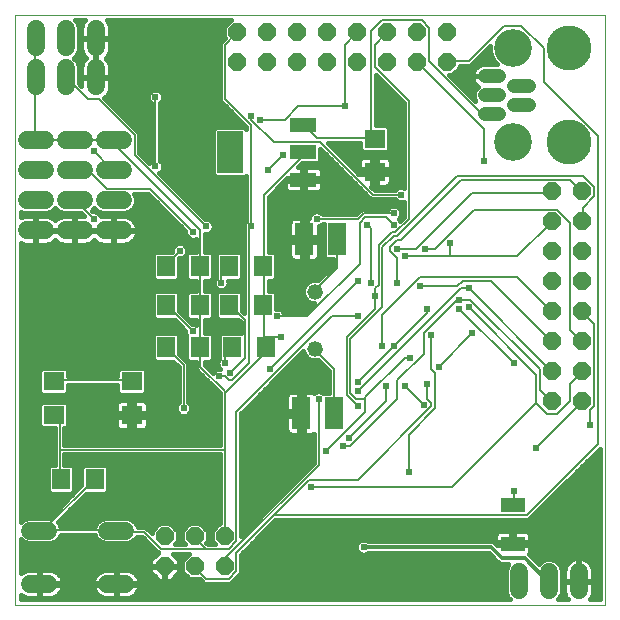
<source format=gtl>
G75*
%MOIN*%
%OFA0B0*%
%FSLAX25Y25*%
%IPPOS*%
%LPD*%
%AMOC8*
5,1,8,0,0,1.08239X$1,22.5*
%
%ADD10C,0.00000*%
%ADD11C,0.06000*%
%ADD12OC8,0.06000*%
%ADD13R,0.06299X0.07098*%
%ADD14R,0.07098X0.06299*%
%ADD15R,0.08000X0.05000*%
%ADD16C,0.15000*%
%ADD17C,0.12598*%
%ADD18C,0.04756*%
%ADD19R,0.08800X0.04800*%
%ADD20R,0.08661X0.14173*%
%ADD21R,0.07087X0.06299*%
%ADD22C,0.05200*%
%ADD23R,0.06299X0.10630*%
%ADD24C,0.01600*%
%ADD25C,0.00500*%
%ADD26C,0.02400*%
%ADD27C,0.01400*%
D10*
X0002100Y0001100D02*
X0002100Y0197950D01*
X0198950Y0197950D01*
X0198950Y0001100D01*
X0002100Y0001100D01*
D11*
X0007300Y0008200D02*
X0013300Y0008200D01*
X0013300Y0026000D02*
X0007300Y0026000D01*
X0032900Y0026000D02*
X0038900Y0026000D01*
X0038900Y0008200D02*
X0032900Y0008200D01*
X0032100Y0126100D02*
X0038100Y0126100D01*
X0038100Y0136100D02*
X0032100Y0136100D01*
X0025100Y0136100D02*
X0019100Y0136100D01*
X0012100Y0136100D02*
X0006100Y0136100D01*
X0006100Y0126100D02*
X0012100Y0126100D01*
X0019100Y0126100D02*
X0025100Y0126100D01*
X0025100Y0146100D02*
X0019100Y0146100D01*
X0012100Y0146100D02*
X0006100Y0146100D01*
X0006100Y0156100D02*
X0012100Y0156100D01*
X0019100Y0156100D02*
X0025100Y0156100D01*
X0032100Y0156100D02*
X0038100Y0156100D01*
X0038100Y0146100D02*
X0032100Y0146100D01*
X0029100Y0174100D02*
X0029100Y0180100D01*
X0029100Y0187100D02*
X0029100Y0193100D01*
X0019100Y0193100D02*
X0019100Y0187100D01*
X0019100Y0180100D02*
X0019100Y0174100D01*
X0009100Y0174100D02*
X0009100Y0180100D01*
X0009100Y0187100D02*
X0009100Y0193100D01*
X0170100Y0012100D02*
X0170100Y0006100D01*
X0180100Y0006100D02*
X0180100Y0012100D01*
X0190100Y0012100D02*
X0190100Y0006100D01*
D12*
X0191100Y0069100D03*
X0191100Y0079100D03*
X0191100Y0089100D03*
X0191100Y0099100D03*
X0191100Y0109100D03*
X0191100Y0119100D03*
X0191100Y0129100D03*
X0191100Y0139100D03*
X0181100Y0139100D03*
X0181100Y0129100D03*
X0181100Y0119100D03*
X0181100Y0109100D03*
X0181100Y0099100D03*
X0181100Y0089100D03*
X0181100Y0079100D03*
X0181100Y0069100D03*
X0072100Y0024100D03*
X0072100Y0014100D03*
X0062100Y0014100D03*
X0052100Y0014100D03*
X0052100Y0024100D03*
X0062100Y0024100D03*
X0076100Y0182100D03*
X0076100Y0192100D03*
X0086100Y0192100D03*
X0086100Y0182100D03*
X0096100Y0182100D03*
X0096100Y0192100D03*
X0106100Y0192100D03*
X0106100Y0182100D03*
X0116100Y0182100D03*
X0126100Y0182100D03*
X0126100Y0192100D03*
X0116100Y0192100D03*
X0136100Y0192100D03*
X0136100Y0182100D03*
X0146100Y0182100D03*
X0146100Y0192100D03*
D13*
X0084698Y0114100D03*
X0073502Y0114100D03*
X0063698Y0114100D03*
X0052502Y0114100D03*
X0052502Y0101100D03*
X0063698Y0101100D03*
X0073502Y0101100D03*
X0084698Y0101100D03*
X0085698Y0087100D03*
X0074502Y0087100D03*
X0063698Y0087100D03*
X0052502Y0087100D03*
X0028698Y0043100D03*
X0017502Y0043100D03*
D14*
X0015100Y0064502D03*
X0015100Y0075698D03*
X0041100Y0075698D03*
X0041100Y0064502D03*
D15*
X0168100Y0034600D03*
X0168100Y0021600D03*
D16*
X0186746Y0155352D03*
X0186746Y0186848D03*
D17*
X0168242Y0186848D03*
X0168242Y0155352D03*
D18*
X0163517Y0164801D02*
X0158761Y0164801D01*
X0158761Y0171100D02*
X0163517Y0171100D01*
X0168635Y0167950D02*
X0173391Y0167950D01*
X0173391Y0174250D02*
X0168635Y0174250D01*
X0163517Y0177399D02*
X0158761Y0177399D01*
D19*
X0098300Y0161200D03*
X0098300Y0152100D03*
X0098300Y0143000D03*
D20*
X0073899Y0152100D03*
D21*
X0122100Y0156612D03*
X0122100Y0145588D03*
D22*
X0102100Y0105600D03*
X0102100Y0086600D03*
D23*
X0097588Y0065100D03*
X0108612Y0065100D03*
X0109612Y0123100D03*
X0098588Y0123100D03*
D24*
X0097813Y0122587D02*
X0086775Y0122587D01*
X0086775Y0124185D02*
X0093639Y0124185D01*
X0093639Y0123875D02*
X0097813Y0123875D01*
X0097813Y0122325D01*
X0093639Y0122325D01*
X0093639Y0117548D01*
X0093761Y0117090D01*
X0093998Y0116680D01*
X0094333Y0116345D01*
X0094744Y0116108D01*
X0095202Y0115985D01*
X0097813Y0115985D01*
X0097813Y0122325D01*
X0099363Y0122325D01*
X0099363Y0115985D01*
X0101975Y0115985D01*
X0102433Y0116108D01*
X0102843Y0116345D01*
X0103178Y0116680D01*
X0103415Y0117090D01*
X0103538Y0117548D01*
X0103538Y0122325D01*
X0099363Y0122325D01*
X0099363Y0123875D01*
X0097813Y0123875D01*
X0097813Y0130215D01*
X0095202Y0130215D01*
X0094744Y0130092D01*
X0094333Y0129855D01*
X0093998Y0129520D01*
X0093761Y0129110D01*
X0093639Y0128652D01*
X0093639Y0123875D01*
X0093639Y0125784D02*
X0086775Y0125784D01*
X0086775Y0127382D02*
X0093639Y0127382D01*
X0093727Y0128981D02*
X0086775Y0128981D01*
X0086775Y0130579D02*
X0100321Y0130579D01*
X0100225Y0130347D02*
X0100225Y0130215D01*
X0099363Y0130215D01*
X0099363Y0123875D01*
X0103538Y0123875D01*
X0103538Y0127481D01*
X0104141Y0127731D01*
X0104711Y0128300D01*
X0105162Y0128300D01*
X0105162Y0117247D01*
X0105924Y0116485D01*
X0108050Y0116485D01*
X0108050Y0114242D01*
X0103181Y0109373D01*
X0102876Y0109500D01*
X0101324Y0109500D01*
X0099891Y0108906D01*
X0098794Y0107809D01*
X0098200Y0106376D01*
X0098200Y0104824D01*
X0098794Y0103391D01*
X0099891Y0102294D01*
X0101324Y0101700D01*
X0101758Y0101700D01*
X0098958Y0098900D01*
X0091586Y0098900D01*
X0091016Y0099469D01*
X0090097Y0099850D01*
X0089148Y0099850D01*
X0089148Y0105188D01*
X0088387Y0105949D01*
X0086775Y0105949D01*
X0086775Y0109251D01*
X0088387Y0109251D01*
X0089148Y0110012D01*
X0089148Y0118188D01*
X0088387Y0118949D01*
X0086775Y0118949D01*
X0086775Y0137333D01*
X0092842Y0143400D01*
X0097900Y0143400D01*
X0097900Y0147200D01*
X0096642Y0147200D01*
X0097842Y0148400D01*
X0103238Y0148400D01*
X0104000Y0149162D01*
X0104000Y0153258D01*
X0119925Y0137333D01*
X0120833Y0136425D01*
X0128864Y0136425D01*
X0129434Y0135856D01*
X0130353Y0135475D01*
X0131347Y0135475D01*
X0131800Y0135663D01*
X0131800Y0130492D01*
X0130537Y0129229D01*
X0130469Y0129391D01*
X0130011Y0129850D01*
X0130469Y0130309D01*
X0130850Y0131228D01*
X0130850Y0132222D01*
X0130469Y0133141D01*
X0129766Y0133844D01*
X0128847Y0134225D01*
X0127853Y0134225D01*
X0126934Y0133844D01*
X0126364Y0133275D01*
X0117708Y0133275D01*
X0116800Y0132367D01*
X0115833Y0131400D01*
X0104711Y0131400D01*
X0104141Y0131969D01*
X0103222Y0132350D01*
X0102228Y0132350D01*
X0101309Y0131969D01*
X0100606Y0131266D01*
X0100225Y0130347D01*
X0099363Y0128981D02*
X0097813Y0128981D01*
X0097813Y0127382D02*
X0099363Y0127382D01*
X0099363Y0125784D02*
X0097813Y0125784D01*
X0097813Y0124185D02*
X0099363Y0124185D01*
X0099363Y0122587D02*
X0105162Y0122587D01*
X0105162Y0124185D02*
X0103538Y0124185D01*
X0103538Y0125784D02*
X0105162Y0125784D01*
X0105162Y0127382D02*
X0103538Y0127382D01*
X0103638Y0132178D02*
X0116611Y0132178D01*
X0120284Y0136973D02*
X0086775Y0136973D01*
X0086775Y0135375D02*
X0131800Y0135375D01*
X0131800Y0133776D02*
X0129834Y0133776D01*
X0130850Y0132178D02*
X0131800Y0132178D01*
X0131800Y0130579D02*
X0130581Y0130579D01*
X0126866Y0133776D02*
X0086775Y0133776D01*
X0086775Y0132178D02*
X0101812Y0132178D01*
X0102937Y0138800D02*
X0098700Y0138800D01*
X0098700Y0142600D01*
X0098700Y0143400D01*
X0097900Y0143400D01*
X0097900Y0142600D01*
X0098700Y0142600D01*
X0104500Y0142600D01*
X0104500Y0140363D01*
X0104377Y0139905D01*
X0104140Y0139495D01*
X0103805Y0139160D01*
X0103395Y0138923D01*
X0102937Y0138800D01*
X0104448Y0140170D02*
X0117087Y0140170D01*
X0115489Y0141769D02*
X0104500Y0141769D01*
X0104500Y0143400D02*
X0104500Y0145637D01*
X0104377Y0146095D01*
X0104140Y0146505D01*
X0103805Y0146840D01*
X0103395Y0147077D01*
X0102937Y0147200D01*
X0098700Y0147200D01*
X0098700Y0143400D01*
X0104500Y0143400D01*
X0104500Y0144966D02*
X0112292Y0144966D01*
X0113890Y0143368D02*
X0098700Y0143368D01*
X0097900Y0143368D02*
X0092810Y0143368D01*
X0092100Y0142600D02*
X0092100Y0140363D01*
X0092223Y0139905D01*
X0092460Y0139495D01*
X0092795Y0139160D01*
X0093205Y0138923D01*
X0093663Y0138800D01*
X0097900Y0138800D01*
X0097900Y0142600D01*
X0092100Y0142600D01*
X0092100Y0141769D02*
X0091211Y0141769D01*
X0092152Y0140170D02*
X0089612Y0140170D01*
X0088014Y0138572D02*
X0118686Y0138572D01*
X0121003Y0140639D02*
X0121325Y0140639D01*
X0121325Y0144813D01*
X0122875Y0144813D01*
X0122875Y0140639D01*
X0125880Y0140639D01*
X0126338Y0140761D01*
X0126749Y0140998D01*
X0127084Y0141333D01*
X0127321Y0141744D01*
X0127443Y0142202D01*
X0127443Y0144813D01*
X0122875Y0144813D01*
X0122875Y0146363D01*
X0127443Y0146363D01*
X0127443Y0148975D01*
X0127321Y0149433D01*
X0127084Y0149843D01*
X0126749Y0150178D01*
X0126338Y0150415D01*
X0125880Y0150538D01*
X0122875Y0150538D01*
X0122875Y0146363D01*
X0121325Y0146363D01*
X0121325Y0144813D01*
X0116829Y0144813D01*
X0106467Y0155175D01*
X0117257Y0155175D01*
X0117257Y0152924D01*
X0118018Y0152162D01*
X0126182Y0152162D01*
X0126943Y0152924D01*
X0126943Y0160300D01*
X0126182Y0161061D01*
X0122400Y0161061D01*
X0122400Y0177983D01*
X0131800Y0168583D01*
X0131800Y0140287D01*
X0131347Y0140475D01*
X0130353Y0140475D01*
X0129434Y0140094D01*
X0128864Y0139525D01*
X0122117Y0139525D01*
X0121003Y0140639D01*
X0121472Y0140170D02*
X0129618Y0140170D01*
X0131800Y0141769D02*
X0127327Y0141769D01*
X0127443Y0143368D02*
X0131800Y0143368D01*
X0131800Y0144966D02*
X0122875Y0144966D01*
X0121325Y0144966D02*
X0116676Y0144966D01*
X0116757Y0146363D02*
X0121325Y0146363D01*
X0121325Y0150538D01*
X0118320Y0150538D01*
X0117862Y0150415D01*
X0117451Y0150178D01*
X0117116Y0149843D01*
X0116879Y0149433D01*
X0116757Y0148975D01*
X0116757Y0146363D01*
X0116757Y0146565D02*
X0115077Y0146565D01*
X0113479Y0148163D02*
X0116757Y0148163D01*
X0117069Y0149762D02*
X0111880Y0149762D01*
X0110282Y0151360D02*
X0131800Y0151360D01*
X0131800Y0149762D02*
X0127131Y0149762D01*
X0127443Y0148163D02*
X0131800Y0148163D01*
X0131800Y0146565D02*
X0127443Y0146565D01*
X0122875Y0146565D02*
X0121325Y0146565D01*
X0121325Y0148163D02*
X0122875Y0148163D01*
X0122875Y0149762D02*
X0121325Y0149762D01*
X0117257Y0152959D02*
X0108683Y0152959D01*
X0107085Y0154557D02*
X0117257Y0154557D01*
X0122400Y0162550D02*
X0131800Y0162550D01*
X0131800Y0164148D02*
X0122400Y0164148D01*
X0122400Y0165747D02*
X0131800Y0165747D01*
X0131800Y0167345D02*
X0122400Y0167345D01*
X0122400Y0168944D02*
X0131439Y0168944D01*
X0129841Y0170542D02*
X0122400Y0170542D01*
X0122400Y0172141D02*
X0128242Y0172141D01*
X0126644Y0173739D02*
X0122400Y0173739D01*
X0122400Y0175338D02*
X0125045Y0175338D01*
X0123447Y0176936D02*
X0122400Y0176936D01*
X0126292Y0160951D02*
X0131800Y0160951D01*
X0131800Y0159353D02*
X0126943Y0159353D01*
X0126943Y0157754D02*
X0131800Y0157754D01*
X0131800Y0156156D02*
X0126943Y0156156D01*
X0126943Y0154557D02*
X0131800Y0154557D01*
X0131800Y0152959D02*
X0126943Y0152959D01*
X0122875Y0143368D02*
X0121325Y0143368D01*
X0121325Y0141769D02*
X0122875Y0141769D01*
X0110693Y0146565D02*
X0104081Y0146565D01*
X0104000Y0149762D02*
X0107496Y0149762D01*
X0105898Y0151360D02*
X0104000Y0151360D01*
X0104000Y0152959D02*
X0104299Y0152959D01*
X0109095Y0148163D02*
X0097605Y0148163D01*
X0097900Y0146565D02*
X0098700Y0146565D01*
X0098700Y0144966D02*
X0097900Y0144966D01*
X0097900Y0141769D02*
X0098700Y0141769D01*
X0098700Y0140170D02*
X0097900Y0140170D01*
X0079300Y0140170D02*
X0055222Y0140170D01*
X0056820Y0138572D02*
X0079300Y0138572D01*
X0079300Y0136973D02*
X0058419Y0136973D01*
X0060017Y0135375D02*
X0079300Y0135375D01*
X0079300Y0133776D02*
X0061616Y0133776D01*
X0063214Y0132178D02*
X0079300Y0132178D01*
X0079300Y0130579D02*
X0064813Y0130579D01*
X0065542Y0129850D02*
X0050229Y0145163D01*
X0050391Y0145231D01*
X0051094Y0145934D01*
X0051475Y0146853D01*
X0051475Y0147847D01*
X0051094Y0148766D01*
X0050525Y0149336D01*
X0050525Y0168489D01*
X0051094Y0169059D01*
X0051475Y0169978D01*
X0051475Y0170972D01*
X0051094Y0171891D01*
X0050391Y0172594D01*
X0049472Y0172975D01*
X0048478Y0172975D01*
X0047559Y0172594D01*
X0046856Y0171891D01*
X0046475Y0170972D01*
X0046475Y0169978D01*
X0046856Y0169059D01*
X0047425Y0168489D01*
X0047425Y0149336D01*
X0046856Y0148766D01*
X0046788Y0148604D01*
X0043650Y0151742D01*
X0043650Y0158617D01*
X0031996Y0170271D01*
X0032227Y0170439D01*
X0032761Y0170973D01*
X0033205Y0171584D01*
X0033548Y0172257D01*
X0033782Y0172976D01*
X0033900Y0173722D01*
X0033900Y0176900D01*
X0029300Y0176900D01*
X0029300Y0177300D01*
X0028900Y0177300D01*
X0028900Y0189900D01*
X0024300Y0189900D01*
X0024300Y0186722D01*
X0024418Y0185976D01*
X0024652Y0185257D01*
X0024995Y0184584D01*
X0025439Y0183973D01*
X0025812Y0183600D01*
X0025439Y0183227D01*
X0024995Y0182616D01*
X0024652Y0181943D01*
X0024418Y0181224D01*
X0024300Y0180478D01*
X0024300Y0177300D01*
X0028900Y0177300D01*
X0028900Y0176900D01*
X0024300Y0176900D01*
X0024300Y0174217D01*
X0023400Y0175117D01*
X0023400Y0180955D01*
X0022745Y0182536D01*
X0021681Y0183600D01*
X0022745Y0184664D01*
X0023400Y0186245D01*
X0023400Y0193955D01*
X0022745Y0195536D01*
X0022181Y0196100D01*
X0025347Y0196100D01*
X0024995Y0195616D01*
X0024652Y0194943D01*
X0024418Y0194224D01*
X0024300Y0193478D01*
X0024300Y0190300D01*
X0028900Y0190300D01*
X0028900Y0189900D01*
X0029300Y0189900D01*
X0029300Y0190300D01*
X0033900Y0190300D01*
X0033900Y0193478D01*
X0033782Y0194224D01*
X0033548Y0194943D01*
X0033205Y0195616D01*
X0032853Y0196100D01*
X0074019Y0196100D01*
X0071800Y0193881D01*
X0071800Y0190319D01*
X0072026Y0190093D01*
X0070550Y0188617D01*
X0070550Y0169208D01*
X0071458Y0168300D01*
X0079300Y0160458D01*
X0079300Y0159955D01*
X0078768Y0160487D01*
X0069030Y0160487D01*
X0068269Y0159725D01*
X0068269Y0144475D01*
X0069030Y0143713D01*
X0078768Y0143713D01*
X0079300Y0144245D01*
X0079300Y0129336D01*
X0078731Y0128766D01*
X0078350Y0127847D01*
X0078350Y0126853D01*
X0078675Y0126068D01*
X0078675Y0098592D01*
X0077951Y0099316D01*
X0077951Y0105188D01*
X0077190Y0105949D01*
X0069813Y0105949D01*
X0069052Y0105188D01*
X0069052Y0097012D01*
X0069813Y0096251D01*
X0076632Y0096251D01*
X0077425Y0095458D01*
X0077425Y0091949D01*
X0070813Y0091949D01*
X0070052Y0091188D01*
X0070052Y0083213D01*
X0069981Y0083141D01*
X0069600Y0082222D01*
X0069600Y0081228D01*
X0069981Y0080309D01*
X0070439Y0079850D01*
X0069728Y0079850D01*
X0068809Y0079469D01*
X0068106Y0078766D01*
X0068038Y0078604D01*
X0065525Y0081117D01*
X0065525Y0082251D01*
X0067387Y0082251D01*
X0068148Y0083012D01*
X0068148Y0091188D01*
X0067387Y0091949D01*
X0065525Y0091949D01*
X0065525Y0096251D01*
X0067387Y0096251D01*
X0068148Y0097012D01*
X0068148Y0105188D01*
X0067387Y0105949D01*
X0065525Y0105949D01*
X0065525Y0109251D01*
X0067387Y0109251D01*
X0068148Y0110012D01*
X0068148Y0118188D01*
X0067387Y0118949D01*
X0065525Y0118949D01*
X0065525Y0124850D01*
X0066347Y0124850D01*
X0067266Y0125231D01*
X0067969Y0125934D01*
X0068350Y0126853D01*
X0068350Y0127847D01*
X0067969Y0128766D01*
X0067266Y0129469D01*
X0066347Y0129850D01*
X0065542Y0129850D01*
X0067755Y0128981D02*
X0078945Y0128981D01*
X0078350Y0127382D02*
X0068350Y0127382D01*
X0067819Y0125784D02*
X0078675Y0125784D01*
X0078675Y0124185D02*
X0065525Y0124185D01*
X0065525Y0122587D02*
X0078675Y0122587D01*
X0078675Y0120988D02*
X0065525Y0120988D01*
X0065525Y0119390D02*
X0078675Y0119390D01*
X0077951Y0118188D02*
X0077190Y0118949D01*
X0069813Y0118949D01*
X0069052Y0118188D01*
X0069052Y0110337D01*
X0068731Y0110016D01*
X0068350Y0109097D01*
X0068350Y0108103D01*
X0068731Y0107184D01*
X0069434Y0106481D01*
X0070353Y0106100D01*
X0071347Y0106100D01*
X0072266Y0106481D01*
X0072969Y0107184D01*
X0073350Y0108103D01*
X0073350Y0109097D01*
X0073286Y0109251D01*
X0077190Y0109251D01*
X0077951Y0110012D01*
X0077951Y0118188D01*
X0077951Y0117791D02*
X0078675Y0117791D01*
X0078675Y0116193D02*
X0077951Y0116193D01*
X0077951Y0114594D02*
X0078675Y0114594D01*
X0078675Y0112996D02*
X0077951Y0112996D01*
X0077951Y0111397D02*
X0078675Y0111397D01*
X0078675Y0109799D02*
X0077738Y0109799D01*
X0078675Y0108200D02*
X0073350Y0108200D01*
X0072387Y0106602D02*
X0078675Y0106602D01*
X0078675Y0105003D02*
X0077951Y0105003D01*
X0077951Y0103405D02*
X0078675Y0103405D01*
X0078675Y0101806D02*
X0077951Y0101806D01*
X0077951Y0100208D02*
X0078675Y0100208D01*
X0078658Y0098609D02*
X0078675Y0098609D01*
X0077425Y0095412D02*
X0065525Y0095412D01*
X0065525Y0093814D02*
X0077425Y0093814D01*
X0077425Y0092215D02*
X0065525Y0092215D01*
X0068148Y0090617D02*
X0070052Y0090617D01*
X0070052Y0089018D02*
X0068148Y0089018D01*
X0068148Y0087420D02*
X0070052Y0087420D01*
X0070052Y0085821D02*
X0068148Y0085821D01*
X0068148Y0084223D02*
X0070052Y0084223D01*
X0069766Y0082624D02*
X0067760Y0082624D01*
X0069684Y0081026D02*
X0065616Y0081026D01*
X0067215Y0079427D02*
X0068767Y0079427D01*
X0066028Y0076230D02*
X0059900Y0076230D01*
X0059900Y0074632D02*
X0067626Y0074632D01*
X0069225Y0073033D02*
X0059900Y0073033D01*
X0059900Y0071434D02*
X0070550Y0071434D01*
X0070550Y0071708D02*
X0070550Y0054525D01*
X0018650Y0054525D01*
X0018650Y0060052D01*
X0019188Y0060052D01*
X0019949Y0060813D01*
X0019949Y0068190D01*
X0019188Y0068951D01*
X0011012Y0068951D01*
X0010251Y0068190D01*
X0010251Y0060813D01*
X0011012Y0060052D01*
X0015550Y0060052D01*
X0015550Y0047949D01*
X0013813Y0047949D01*
X0013052Y0047188D01*
X0013052Y0039012D01*
X0013813Y0038251D01*
X0021190Y0038251D01*
X0021951Y0039012D01*
X0021951Y0047188D01*
X0021190Y0047949D01*
X0018650Y0047949D01*
X0018650Y0051425D01*
X0070550Y0051425D01*
X0070550Y0028400D01*
X0070319Y0028400D01*
X0067800Y0025881D01*
X0067800Y0022319D01*
X0068719Y0021400D01*
X0066492Y0021400D01*
X0065987Y0021905D01*
X0066400Y0022319D01*
X0066400Y0025881D01*
X0063881Y0028400D01*
X0060319Y0028400D01*
X0057800Y0025881D01*
X0057800Y0022319D01*
X0058719Y0021400D01*
X0055481Y0021400D01*
X0056400Y0022319D01*
X0056400Y0025881D01*
X0053881Y0028400D01*
X0050319Y0028400D01*
X0047800Y0025881D01*
X0047800Y0025092D01*
X0045867Y0027025D01*
X0043130Y0027025D01*
X0042545Y0028436D01*
X0041336Y0029645D01*
X0039755Y0030300D01*
X0032045Y0030300D01*
X0030464Y0029645D01*
X0029255Y0028436D01*
X0028929Y0027650D01*
X0017271Y0027650D01*
X0016945Y0028436D01*
X0016474Y0028907D01*
X0025818Y0038251D01*
X0032387Y0038251D01*
X0033148Y0039012D01*
X0033148Y0047188D01*
X0032387Y0047949D01*
X0025010Y0047949D01*
X0024249Y0047188D01*
X0024249Y0041066D01*
X0013483Y0030300D01*
X0006445Y0030300D01*
X0004864Y0029645D01*
X0004100Y0028881D01*
X0004100Y0121732D01*
X0004257Y0121652D01*
X0004976Y0121418D01*
X0005722Y0121300D01*
X0008900Y0121300D01*
X0008900Y0125900D01*
X0009300Y0125900D01*
X0009300Y0126300D01*
X0016900Y0126300D01*
X0021900Y0126300D01*
X0021900Y0130900D01*
X0018722Y0130900D01*
X0017976Y0130782D01*
X0017257Y0130548D01*
X0016584Y0130205D01*
X0015973Y0129761D01*
X0015600Y0129388D01*
X0015227Y0129761D01*
X0014616Y0130205D01*
X0013943Y0130548D01*
X0013224Y0130782D01*
X0012478Y0130900D01*
X0009300Y0130900D01*
X0009300Y0126300D01*
X0008900Y0126300D01*
X0008900Y0130900D01*
X0005722Y0130900D01*
X0004976Y0130782D01*
X0004257Y0130548D01*
X0004100Y0130468D01*
X0004100Y0132274D01*
X0005245Y0131800D01*
X0012955Y0131800D01*
X0014536Y0132455D01*
X0015600Y0133519D01*
X0016664Y0132455D01*
X0018245Y0131800D01*
X0024208Y0131800D01*
X0025108Y0130900D01*
X0022300Y0130900D01*
X0022300Y0126300D01*
X0029900Y0126300D01*
X0034900Y0126300D01*
X0034900Y0130900D01*
X0031722Y0130900D01*
X0030976Y0130782D01*
X0030706Y0130694D01*
X0030469Y0131266D01*
X0029766Y0131969D01*
X0028847Y0132350D01*
X0028042Y0132350D01*
X0027737Y0132655D01*
X0028600Y0133519D01*
X0029664Y0132455D01*
X0031245Y0131800D01*
X0038955Y0131800D01*
X0040536Y0132455D01*
X0041745Y0133664D01*
X0042400Y0135245D01*
X0042400Y0136955D01*
X0041843Y0138300D01*
X0046458Y0138300D01*
X0058975Y0125783D01*
X0058975Y0124978D01*
X0059356Y0124059D01*
X0060059Y0123356D01*
X0060978Y0122975D01*
X0061972Y0122975D01*
X0062425Y0123163D01*
X0062425Y0118949D01*
X0060010Y0118949D01*
X0059466Y0118405D01*
X0059600Y0118728D01*
X0059600Y0119722D01*
X0059219Y0120641D01*
X0058516Y0121344D01*
X0057597Y0121725D01*
X0056603Y0121725D01*
X0055684Y0121344D01*
X0054981Y0120641D01*
X0054600Y0119722D01*
X0054600Y0118949D01*
X0048813Y0118949D01*
X0048052Y0118188D01*
X0048052Y0110012D01*
X0048813Y0109251D01*
X0056190Y0109251D01*
X0056951Y0110012D01*
X0056951Y0116725D01*
X0057597Y0116725D01*
X0058516Y0117106D01*
X0059219Y0117809D01*
X0059249Y0117880D01*
X0059249Y0110012D01*
X0060010Y0109251D01*
X0062425Y0109251D01*
X0062425Y0105949D01*
X0060010Y0105949D01*
X0059249Y0105188D01*
X0059249Y0097012D01*
X0060010Y0096251D01*
X0062425Y0096251D01*
X0062425Y0094662D01*
X0061972Y0094850D01*
X0061167Y0094850D01*
X0056951Y0099066D01*
X0056951Y0105188D01*
X0056190Y0105949D01*
X0048813Y0105949D01*
X0048052Y0105188D01*
X0048052Y0097012D01*
X0048813Y0096251D01*
X0055382Y0096251D01*
X0058975Y0092658D01*
X0058975Y0091853D01*
X0059250Y0091189D01*
X0059249Y0091188D01*
X0059249Y0083012D01*
X0060010Y0082251D01*
X0062425Y0082251D01*
X0062425Y0079833D01*
X0063333Y0078925D01*
X0070550Y0071708D01*
X0070550Y0069836D02*
X0059900Y0069836D01*
X0059900Y0068711D02*
X0059900Y0080458D01*
X0059900Y0081742D01*
X0056951Y0084691D01*
X0056951Y0091188D01*
X0056190Y0091949D01*
X0048813Y0091949D01*
X0048052Y0091188D01*
X0048052Y0083012D01*
X0048813Y0082251D01*
X0055007Y0082251D01*
X0056800Y0080458D01*
X0056800Y0068711D01*
X0056231Y0068141D01*
X0055850Y0067222D01*
X0055850Y0066228D01*
X0056231Y0065309D01*
X0056934Y0064606D01*
X0057853Y0064225D01*
X0058847Y0064225D01*
X0059766Y0064606D01*
X0060469Y0065309D01*
X0060850Y0066228D01*
X0060850Y0067222D01*
X0060469Y0068141D01*
X0059900Y0068711D01*
X0060373Y0068237D02*
X0070550Y0068237D01*
X0070550Y0066639D02*
X0060850Y0066639D01*
X0060201Y0065040D02*
X0070550Y0065040D01*
X0070550Y0063442D02*
X0046449Y0063442D01*
X0046449Y0063727D02*
X0041875Y0063727D01*
X0041875Y0065276D01*
X0046449Y0065276D01*
X0046449Y0067888D01*
X0046327Y0068346D01*
X0046090Y0068756D01*
X0045754Y0069092D01*
X0045344Y0069329D01*
X0044886Y0069451D01*
X0041875Y0069451D01*
X0041875Y0065276D01*
X0040325Y0065276D01*
X0040325Y0063727D01*
X0035751Y0063727D01*
X0035751Y0061115D01*
X0035873Y0060657D01*
X0036110Y0060247D01*
X0036446Y0059912D01*
X0036856Y0059675D01*
X0037314Y0059552D01*
X0040325Y0059552D01*
X0040325Y0063727D01*
X0041875Y0063727D01*
X0041875Y0059552D01*
X0044886Y0059552D01*
X0045344Y0059675D01*
X0045754Y0059912D01*
X0046090Y0060247D01*
X0046327Y0060657D01*
X0046449Y0061115D01*
X0046449Y0063727D01*
X0046449Y0061843D02*
X0070550Y0061843D01*
X0070550Y0060245D02*
X0046088Y0060245D01*
X0041875Y0060245D02*
X0040325Y0060245D01*
X0040325Y0061843D02*
X0041875Y0061843D01*
X0041875Y0063442D02*
X0040325Y0063442D01*
X0040325Y0065040D02*
X0019949Y0065040D01*
X0019949Y0063442D02*
X0035751Y0063442D01*
X0035751Y0061843D02*
X0019949Y0061843D01*
X0019381Y0060245D02*
X0036112Y0060245D01*
X0035751Y0065276D02*
X0035751Y0067888D01*
X0035873Y0068346D01*
X0036110Y0068756D01*
X0036446Y0069092D01*
X0036856Y0069329D01*
X0037314Y0069451D01*
X0040325Y0069451D01*
X0040325Y0065276D01*
X0035751Y0065276D01*
X0035751Y0066639D02*
X0019949Y0066639D01*
X0019901Y0068237D02*
X0035844Y0068237D01*
X0037012Y0071249D02*
X0045188Y0071249D01*
X0045949Y0072010D01*
X0045949Y0079387D01*
X0045188Y0080148D01*
X0037012Y0080148D01*
X0036251Y0079387D01*
X0036251Y0077650D01*
X0019949Y0077650D01*
X0019949Y0079387D01*
X0019188Y0080148D01*
X0011012Y0080148D01*
X0010251Y0079387D01*
X0010251Y0072010D01*
X0011012Y0071249D01*
X0019188Y0071249D01*
X0019949Y0072010D01*
X0019949Y0074550D01*
X0036251Y0074550D01*
X0036251Y0072010D01*
X0037012Y0071249D01*
X0036827Y0071434D02*
X0019373Y0071434D01*
X0019949Y0073033D02*
X0036251Y0073033D01*
X0040325Y0068237D02*
X0041875Y0068237D01*
X0041875Y0066639D02*
X0040325Y0066639D01*
X0041875Y0065040D02*
X0056499Y0065040D01*
X0055850Y0066639D02*
X0046449Y0066639D01*
X0046356Y0068237D02*
X0056327Y0068237D01*
X0056800Y0069836D02*
X0004100Y0069836D01*
X0004100Y0071434D02*
X0010827Y0071434D01*
X0010251Y0073033D02*
X0004100Y0073033D01*
X0004100Y0074632D02*
X0010251Y0074632D01*
X0010251Y0076230D02*
X0004100Y0076230D01*
X0004100Y0077829D02*
X0010251Y0077829D01*
X0010291Y0079427D02*
X0004100Y0079427D01*
X0004100Y0081026D02*
X0056232Y0081026D01*
X0056800Y0079427D02*
X0045909Y0079427D01*
X0045949Y0077829D02*
X0056800Y0077829D01*
X0056800Y0076230D02*
X0045949Y0076230D01*
X0045949Y0074632D02*
X0056800Y0074632D01*
X0056800Y0073033D02*
X0045949Y0073033D01*
X0045373Y0071434D02*
X0056800Y0071434D01*
X0059900Y0077829D02*
X0064429Y0077829D01*
X0062831Y0079427D02*
X0059900Y0079427D01*
X0059900Y0081026D02*
X0062425Y0081026D01*
X0059637Y0082624D02*
X0059018Y0082624D01*
X0059249Y0084223D02*
X0057419Y0084223D01*
X0056951Y0085821D02*
X0059249Y0085821D01*
X0059249Y0087420D02*
X0056951Y0087420D01*
X0056951Y0089018D02*
X0059249Y0089018D01*
X0059249Y0090617D02*
X0056951Y0090617D01*
X0058975Y0092215D02*
X0004100Y0092215D01*
X0004100Y0090617D02*
X0048052Y0090617D01*
X0048052Y0089018D02*
X0004100Y0089018D01*
X0004100Y0087420D02*
X0048052Y0087420D01*
X0048052Y0085821D02*
X0004100Y0085821D01*
X0004100Y0084223D02*
X0048052Y0084223D01*
X0048440Y0082624D02*
X0004100Y0082624D01*
X0004100Y0093814D02*
X0057819Y0093814D01*
X0056221Y0095412D02*
X0004100Y0095412D01*
X0004100Y0097011D02*
X0048054Y0097011D01*
X0048052Y0098609D02*
X0004100Y0098609D01*
X0004100Y0100208D02*
X0048052Y0100208D01*
X0048052Y0101806D02*
X0004100Y0101806D01*
X0004100Y0103405D02*
X0048052Y0103405D01*
X0048052Y0105003D02*
X0004100Y0105003D01*
X0004100Y0106602D02*
X0062425Y0106602D01*
X0062425Y0108200D02*
X0004100Y0108200D01*
X0004100Y0109799D02*
X0048266Y0109799D01*
X0048052Y0111397D02*
X0004100Y0111397D01*
X0004100Y0112996D02*
X0048052Y0112996D01*
X0048052Y0114594D02*
X0004100Y0114594D01*
X0004100Y0116193D02*
X0048052Y0116193D01*
X0048052Y0117791D02*
X0004100Y0117791D01*
X0004100Y0119390D02*
X0054600Y0119390D01*
X0055328Y0120988D02*
X0004100Y0120988D01*
X0008900Y0122587D02*
X0009300Y0122587D01*
X0009300Y0121300D02*
X0012478Y0121300D01*
X0013224Y0121418D01*
X0013943Y0121652D01*
X0014616Y0121995D01*
X0015227Y0122439D01*
X0015600Y0122812D01*
X0015973Y0122439D01*
X0016584Y0121995D01*
X0017257Y0121652D01*
X0017976Y0121418D01*
X0018722Y0121300D01*
X0021900Y0121300D01*
X0021900Y0125900D01*
X0022300Y0125900D01*
X0022300Y0126300D01*
X0021900Y0126300D01*
X0021900Y0125900D01*
X0009300Y0125900D01*
X0009300Y0121300D01*
X0009300Y0124185D02*
X0008900Y0124185D01*
X0008900Y0125784D02*
X0009300Y0125784D01*
X0009300Y0127382D02*
X0008900Y0127382D01*
X0008900Y0128981D02*
X0009300Y0128981D01*
X0009300Y0130579D02*
X0008900Y0130579D01*
X0004353Y0130579D02*
X0004100Y0130579D01*
X0004100Y0132178D02*
X0004332Y0132178D01*
X0013868Y0132178D02*
X0017332Y0132178D01*
X0017353Y0130579D02*
X0013847Y0130579D01*
X0021900Y0130579D02*
X0022300Y0130579D01*
X0022300Y0128981D02*
X0021900Y0128981D01*
X0021900Y0127382D02*
X0022300Y0127382D01*
X0022300Y0125900D02*
X0034900Y0125900D01*
X0035300Y0125900D01*
X0035300Y0126300D01*
X0034900Y0126300D01*
X0034900Y0125900D01*
X0034900Y0121300D01*
X0031722Y0121300D01*
X0030976Y0121418D01*
X0030257Y0121652D01*
X0029584Y0121995D01*
X0028973Y0122439D01*
X0028600Y0122812D01*
X0028227Y0122439D01*
X0027616Y0121995D01*
X0026943Y0121652D01*
X0026224Y0121418D01*
X0025478Y0121300D01*
X0022300Y0121300D01*
X0022300Y0125900D01*
X0022300Y0125784D02*
X0021900Y0125784D01*
X0021900Y0124185D02*
X0022300Y0124185D01*
X0022300Y0122587D02*
X0021900Y0122587D01*
X0015825Y0122587D02*
X0015375Y0122587D01*
X0028375Y0122587D02*
X0028825Y0122587D01*
X0034900Y0122587D02*
X0035300Y0122587D01*
X0035300Y0121300D02*
X0038478Y0121300D01*
X0039224Y0121418D01*
X0039943Y0121652D01*
X0040616Y0121995D01*
X0041227Y0122439D01*
X0041761Y0122973D01*
X0042205Y0123584D01*
X0042548Y0124257D01*
X0042782Y0124976D01*
X0042900Y0125722D01*
X0042900Y0125900D01*
X0035300Y0125900D01*
X0035300Y0121300D01*
X0035300Y0124185D02*
X0034900Y0124185D01*
X0034900Y0125784D02*
X0035300Y0125784D01*
X0035300Y0126300D02*
X0042900Y0126300D01*
X0042900Y0126478D01*
X0042782Y0127224D01*
X0042548Y0127943D01*
X0042205Y0128616D01*
X0041761Y0129227D01*
X0041227Y0129761D01*
X0040616Y0130205D01*
X0039943Y0130548D01*
X0039224Y0130782D01*
X0038478Y0130900D01*
X0035300Y0130900D01*
X0035300Y0126300D01*
X0035300Y0127382D02*
X0034900Y0127382D01*
X0034900Y0128981D02*
X0035300Y0128981D01*
X0035300Y0130579D02*
X0034900Y0130579D01*
X0030332Y0132178D02*
X0029263Y0132178D01*
X0039868Y0132178D02*
X0052580Y0132178D01*
X0050982Y0133776D02*
X0041792Y0133776D01*
X0042400Y0135375D02*
X0049383Y0135375D01*
X0047784Y0136973D02*
X0042392Y0136973D01*
X0039847Y0130579D02*
X0054179Y0130579D01*
X0055777Y0128981D02*
X0041940Y0128981D01*
X0042730Y0127382D02*
X0057376Y0127382D01*
X0058974Y0125784D02*
X0042900Y0125784D01*
X0042512Y0124185D02*
X0059303Y0124185D01*
X0058872Y0120988D02*
X0062425Y0120988D01*
X0062425Y0119390D02*
X0059600Y0119390D01*
X0059249Y0117791D02*
X0059202Y0117791D01*
X0059249Y0116193D02*
X0056951Y0116193D01*
X0056951Y0114594D02*
X0059249Y0114594D01*
X0059249Y0112996D02*
X0056951Y0112996D01*
X0056951Y0111397D02*
X0059249Y0111397D01*
X0059462Y0109799D02*
X0056738Y0109799D01*
X0056951Y0105003D02*
X0059249Y0105003D01*
X0059249Y0103405D02*
X0056951Y0103405D01*
X0056951Y0101806D02*
X0059249Y0101806D01*
X0059249Y0100208D02*
X0056951Y0100208D01*
X0057408Y0098609D02*
X0059249Y0098609D01*
X0059250Y0097011D02*
X0059006Y0097011D01*
X0060605Y0095412D02*
X0062425Y0095412D01*
X0068146Y0097011D02*
X0069054Y0097011D01*
X0069052Y0098609D02*
X0068148Y0098609D01*
X0068148Y0100208D02*
X0069052Y0100208D01*
X0069052Y0101806D02*
X0068148Y0101806D01*
X0068148Y0103405D02*
X0069052Y0103405D01*
X0069052Y0105003D02*
X0068148Y0105003D01*
X0069313Y0106602D02*
X0065525Y0106602D01*
X0065525Y0108200D02*
X0068350Y0108200D01*
X0068641Y0109799D02*
X0067934Y0109799D01*
X0068148Y0111397D02*
X0069052Y0111397D01*
X0069052Y0112996D02*
X0068148Y0112996D01*
X0068148Y0114594D02*
X0069052Y0114594D01*
X0069052Y0116193D02*
X0068148Y0116193D01*
X0068148Y0117791D02*
X0069052Y0117791D01*
X0062425Y0122587D02*
X0041375Y0122587D01*
X0053623Y0141769D02*
X0079300Y0141769D01*
X0079300Y0143368D02*
X0052025Y0143368D01*
X0050426Y0144966D02*
X0068269Y0144966D01*
X0068269Y0146565D02*
X0051356Y0146565D01*
X0051344Y0148163D02*
X0068269Y0148163D01*
X0068269Y0149762D02*
X0050525Y0149762D01*
X0050525Y0151360D02*
X0068269Y0151360D01*
X0068269Y0152959D02*
X0050525Y0152959D01*
X0050525Y0154557D02*
X0068269Y0154557D01*
X0068269Y0156156D02*
X0050525Y0156156D01*
X0050525Y0157754D02*
X0068269Y0157754D01*
X0068269Y0159353D02*
X0050525Y0159353D01*
X0050525Y0160951D02*
X0078807Y0160951D01*
X0077208Y0162550D02*
X0050525Y0162550D01*
X0050525Y0164148D02*
X0075610Y0164148D01*
X0074011Y0165747D02*
X0050525Y0165747D01*
X0050525Y0167345D02*
X0072413Y0167345D01*
X0070814Y0168944D02*
X0050979Y0168944D01*
X0051475Y0170542D02*
X0070550Y0170542D01*
X0070550Y0172141D02*
X0050845Y0172141D01*
X0047105Y0172141D02*
X0033489Y0172141D01*
X0033900Y0173739D02*
X0070550Y0173739D01*
X0070550Y0175338D02*
X0033900Y0175338D01*
X0033900Y0177300D02*
X0033900Y0180478D01*
X0033782Y0181224D01*
X0033548Y0181943D01*
X0033205Y0182616D01*
X0032761Y0183227D01*
X0032388Y0183600D01*
X0032761Y0183973D01*
X0033205Y0184584D01*
X0033548Y0185257D01*
X0033782Y0185976D01*
X0033900Y0186722D01*
X0033900Y0189900D01*
X0029300Y0189900D01*
X0029300Y0182300D01*
X0029300Y0177300D01*
X0033900Y0177300D01*
X0033900Y0178535D02*
X0070550Y0178535D01*
X0070550Y0180133D02*
X0033900Y0180133D01*
X0033617Y0181732D02*
X0070550Y0181732D01*
X0070550Y0183330D02*
X0032658Y0183330D01*
X0033381Y0184929D02*
X0070550Y0184929D01*
X0070550Y0186527D02*
X0033869Y0186527D01*
X0033900Y0188126D02*
X0070550Y0188126D01*
X0071657Y0189724D02*
X0033900Y0189724D01*
X0033900Y0191323D02*
X0071800Y0191323D01*
X0071800Y0192921D02*
X0033900Y0192921D01*
X0033686Y0194520D02*
X0072439Y0194520D01*
X0070550Y0176936D02*
X0029300Y0176936D01*
X0028900Y0176936D02*
X0023400Y0176936D01*
X0023400Y0175338D02*
X0024300Y0175338D01*
X0024300Y0178535D02*
X0023400Y0178535D01*
X0023400Y0180133D02*
X0024300Y0180133D01*
X0024583Y0181732D02*
X0023078Y0181732D01*
X0021951Y0183330D02*
X0025542Y0183330D01*
X0024819Y0184929D02*
X0022855Y0184929D01*
X0023400Y0186527D02*
X0024331Y0186527D01*
X0024300Y0188126D02*
X0023400Y0188126D01*
X0023400Y0189724D02*
X0024300Y0189724D01*
X0024300Y0191323D02*
X0023400Y0191323D01*
X0023400Y0192921D02*
X0024300Y0192921D01*
X0024514Y0194520D02*
X0023166Y0194520D01*
X0028900Y0189724D02*
X0029300Y0189724D01*
X0029300Y0188126D02*
X0028900Y0188126D01*
X0028900Y0186527D02*
X0029300Y0186527D01*
X0029300Y0184929D02*
X0028900Y0184929D01*
X0028900Y0183330D02*
X0029300Y0183330D01*
X0029300Y0181732D02*
X0028900Y0181732D01*
X0028900Y0180133D02*
X0029300Y0180133D01*
X0029300Y0178535D02*
X0028900Y0178535D01*
X0032330Y0170542D02*
X0046475Y0170542D01*
X0046971Y0168944D02*
X0033323Y0168944D01*
X0034922Y0167345D02*
X0047425Y0167345D01*
X0047425Y0165747D02*
X0036520Y0165747D01*
X0038119Y0164148D02*
X0047425Y0164148D01*
X0047425Y0162550D02*
X0039717Y0162550D01*
X0041316Y0160951D02*
X0047425Y0160951D01*
X0047425Y0159353D02*
X0042914Y0159353D01*
X0043650Y0157754D02*
X0047425Y0157754D01*
X0047425Y0156156D02*
X0043650Y0156156D01*
X0043650Y0154557D02*
X0047425Y0154557D01*
X0047425Y0152959D02*
X0043650Y0152959D01*
X0044032Y0151360D02*
X0047425Y0151360D01*
X0047425Y0149762D02*
X0045630Y0149762D01*
X0086775Y0120988D02*
X0093639Y0120988D01*
X0093639Y0119390D02*
X0086775Y0119390D01*
X0089148Y0117791D02*
X0093639Y0117791D01*
X0094596Y0116193D02*
X0089148Y0116193D01*
X0089148Y0114594D02*
X0108050Y0114594D01*
X0108050Y0116193D02*
X0102580Y0116193D01*
X0103538Y0117791D02*
X0105162Y0117791D01*
X0105162Y0119390D02*
X0103538Y0119390D01*
X0103538Y0120988D02*
X0105162Y0120988D01*
X0099363Y0120988D02*
X0097813Y0120988D01*
X0097813Y0119390D02*
X0099363Y0119390D01*
X0099363Y0117791D02*
X0097813Y0117791D01*
X0097813Y0116193D02*
X0099363Y0116193D01*
X0105205Y0111397D02*
X0089148Y0111397D01*
X0089148Y0112996D02*
X0106804Y0112996D01*
X0103607Y0109799D02*
X0088934Y0109799D01*
X0086775Y0108200D02*
X0099185Y0108200D01*
X0098294Y0106602D02*
X0086775Y0106602D01*
X0089148Y0105003D02*
X0098200Y0105003D01*
X0098788Y0103405D02*
X0089148Y0103405D01*
X0089148Y0101806D02*
X0101068Y0101806D01*
X0100266Y0100208D02*
X0089148Y0100208D01*
X0098256Y0085689D02*
X0098794Y0084391D01*
X0099891Y0083294D01*
X0101324Y0082700D01*
X0102876Y0082700D01*
X0103181Y0082827D01*
X0106800Y0079208D01*
X0106800Y0071715D01*
X0105021Y0071715D01*
X0104766Y0071969D01*
X0103847Y0072350D01*
X0102853Y0072350D01*
X0101934Y0071969D01*
X0101828Y0071864D01*
X0101433Y0072092D01*
X0100975Y0072215D01*
X0098363Y0072215D01*
X0098363Y0065875D01*
X0096813Y0065875D01*
X0096813Y0064325D01*
X0092639Y0064325D01*
X0092639Y0059548D01*
X0092761Y0059090D01*
X0092998Y0058680D01*
X0093333Y0058345D01*
X0093744Y0058108D01*
X0094202Y0057985D01*
X0096813Y0057985D01*
X0096813Y0064325D01*
X0098363Y0064325D01*
X0098363Y0057985D01*
X0100975Y0057985D01*
X0101433Y0058108D01*
X0101800Y0058320D01*
X0101800Y0048617D01*
X0077400Y0024217D01*
X0077400Y0064833D01*
X0098256Y0085689D01*
X0098962Y0084223D02*
X0096790Y0084223D01*
X0095191Y0082624D02*
X0103384Y0082624D01*
X0104982Y0081026D02*
X0093593Y0081026D01*
X0091994Y0079427D02*
X0106581Y0079427D01*
X0106800Y0077829D02*
X0090396Y0077829D01*
X0088797Y0076230D02*
X0106800Y0076230D01*
X0106800Y0074632D02*
X0087199Y0074632D01*
X0085600Y0073033D02*
X0106800Y0073033D01*
X0098363Y0071434D02*
X0096813Y0071434D01*
X0096813Y0072215D02*
X0094202Y0072215D01*
X0093744Y0072092D01*
X0093333Y0071855D01*
X0092998Y0071520D01*
X0092761Y0071110D01*
X0092639Y0070652D01*
X0092639Y0065875D01*
X0096813Y0065875D01*
X0096813Y0072215D01*
X0096813Y0069836D02*
X0098363Y0069836D01*
X0098363Y0068237D02*
X0096813Y0068237D01*
X0096813Y0066639D02*
X0098363Y0066639D01*
X0096813Y0065040D02*
X0077607Y0065040D01*
X0077400Y0063442D02*
X0092639Y0063442D01*
X0092639Y0061843D02*
X0077400Y0061843D01*
X0077400Y0060245D02*
X0092639Y0060245D01*
X0093032Y0058646D02*
X0077400Y0058646D01*
X0077400Y0057048D02*
X0101800Y0057048D01*
X0101800Y0055449D02*
X0077400Y0055449D01*
X0077400Y0053851D02*
X0101800Y0053851D01*
X0101800Y0052252D02*
X0077400Y0052252D01*
X0077400Y0050654D02*
X0101800Y0050654D01*
X0101800Y0049055D02*
X0077400Y0049055D01*
X0077400Y0047457D02*
X0100640Y0047457D01*
X0099041Y0045858D02*
X0077400Y0045858D01*
X0077400Y0044260D02*
X0097443Y0044260D01*
X0095844Y0042661D02*
X0077400Y0042661D01*
X0077400Y0041063D02*
X0094246Y0041063D01*
X0092647Y0039464D02*
X0077400Y0039464D01*
X0077400Y0037866D02*
X0091049Y0037866D01*
X0089450Y0036267D02*
X0077400Y0036267D01*
X0077400Y0034669D02*
X0087852Y0034669D01*
X0086253Y0033070D02*
X0077400Y0033070D01*
X0077400Y0031472D02*
X0084655Y0031472D01*
X0083056Y0029873D02*
X0077400Y0029873D01*
X0077400Y0028275D02*
X0081458Y0028275D01*
X0079859Y0026676D02*
X0077400Y0026676D01*
X0077400Y0025078D02*
X0078261Y0025078D01*
X0081323Y0021881D02*
X0116226Y0021881D01*
X0116231Y0021891D02*
X0115850Y0020972D01*
X0115850Y0019978D01*
X0116231Y0019059D01*
X0116934Y0018356D01*
X0117853Y0017975D01*
X0118847Y0017975D01*
X0119766Y0018356D01*
X0119886Y0018475D01*
X0160022Y0018475D01*
X0162600Y0015897D01*
X0163772Y0014725D01*
X0166644Y0014725D01*
X0166455Y0014536D01*
X0165800Y0012955D01*
X0165800Y0005245D01*
X0166455Y0003664D01*
X0167019Y0003100D01*
X0004100Y0003100D01*
X0004100Y0004612D01*
X0004173Y0004539D01*
X0004784Y0004095D01*
X0005457Y0003752D01*
X0006176Y0003518D01*
X0006922Y0003400D01*
X0010100Y0003400D01*
X0010100Y0008000D01*
X0010500Y0008000D01*
X0010500Y0008400D01*
X0010100Y0008400D01*
X0010100Y0013000D01*
X0006922Y0013000D01*
X0006176Y0012882D01*
X0005457Y0012648D01*
X0004784Y0012305D01*
X0004173Y0011861D01*
X0004100Y0011788D01*
X0004100Y0023119D01*
X0004864Y0022355D01*
X0006445Y0021700D01*
X0014155Y0021700D01*
X0015736Y0022355D01*
X0016945Y0023564D01*
X0017354Y0024550D01*
X0028846Y0024550D01*
X0029255Y0023564D01*
X0030464Y0022355D01*
X0032045Y0021700D01*
X0039755Y0021700D01*
X0041336Y0022355D01*
X0042545Y0023564D01*
X0042695Y0023925D01*
X0044583Y0023925D01*
X0049300Y0019208D01*
X0049860Y0018648D01*
X0047300Y0016088D01*
X0047300Y0014300D01*
X0051900Y0014300D01*
X0051900Y0013900D01*
X0052300Y0013900D01*
X0052300Y0014300D01*
X0056900Y0014300D01*
X0056900Y0016088D01*
X0054688Y0018300D01*
X0060219Y0018300D01*
X0057800Y0015881D01*
X0057800Y0012319D01*
X0060319Y0009800D01*
X0063708Y0009800D01*
X0065208Y0008300D01*
X0073992Y0008300D01*
X0074900Y0009208D01*
X0077400Y0011708D01*
X0077400Y0017958D01*
X0088992Y0029550D01*
X0173367Y0029550D01*
X0174275Y0030458D01*
X0197100Y0053283D01*
X0197100Y0003100D01*
X0193853Y0003100D01*
X0194205Y0003584D01*
X0194548Y0004257D01*
X0194782Y0004976D01*
X0194900Y0005722D01*
X0194900Y0008900D01*
X0190300Y0008900D01*
X0190300Y0009300D01*
X0189900Y0009300D01*
X0189900Y0016900D01*
X0189722Y0016900D01*
X0188976Y0016782D01*
X0188257Y0016548D01*
X0187584Y0016205D01*
X0186973Y0015761D01*
X0186439Y0015227D01*
X0185995Y0014616D01*
X0185652Y0013943D01*
X0185418Y0013224D01*
X0185300Y0012478D01*
X0185300Y0009300D01*
X0189900Y0009300D01*
X0189900Y0008900D01*
X0185300Y0008900D01*
X0185300Y0005722D01*
X0185418Y0004976D01*
X0185652Y0004257D01*
X0185995Y0003584D01*
X0186347Y0003100D01*
X0183181Y0003100D01*
X0183745Y0003664D01*
X0184400Y0005245D01*
X0184400Y0012955D01*
X0183745Y0014536D01*
X0182536Y0015745D01*
X0180955Y0016400D01*
X0179245Y0016400D01*
X0177664Y0015745D01*
X0176786Y0014867D01*
X0173584Y0018070D01*
X0173777Y0018405D01*
X0173900Y0018863D01*
X0173900Y0021150D01*
X0168550Y0021150D01*
X0168550Y0022050D01*
X0167650Y0022050D01*
X0167650Y0025900D01*
X0163863Y0025900D01*
X0163405Y0025777D01*
X0162995Y0025540D01*
X0162660Y0025205D01*
X0162423Y0024795D01*
X0162300Y0024337D01*
X0162300Y0022050D01*
X0167650Y0022050D01*
X0167650Y0021150D01*
X0163003Y0021150D01*
X0161678Y0022475D01*
X0119886Y0022475D01*
X0119766Y0022594D01*
X0118847Y0022975D01*
X0117853Y0022975D01*
X0116934Y0022594D01*
X0116231Y0021891D01*
X0115850Y0020282D02*
X0079724Y0020282D01*
X0078126Y0018684D02*
X0116606Y0018684D01*
X0087717Y0028275D02*
X0197100Y0028275D01*
X0197100Y0029873D02*
X0173690Y0029873D01*
X0175289Y0031472D02*
X0197100Y0031472D01*
X0197100Y0033070D02*
X0176887Y0033070D01*
X0178486Y0034669D02*
X0197100Y0034669D01*
X0197100Y0036267D02*
X0180084Y0036267D01*
X0181683Y0037866D02*
X0197100Y0037866D01*
X0197100Y0039464D02*
X0183281Y0039464D01*
X0184880Y0041063D02*
X0197100Y0041063D01*
X0197100Y0042661D02*
X0186478Y0042661D01*
X0188077Y0044260D02*
X0197100Y0044260D01*
X0197100Y0045858D02*
X0189675Y0045858D01*
X0191274Y0047457D02*
X0197100Y0047457D01*
X0197100Y0049055D02*
X0192872Y0049055D01*
X0194471Y0050654D02*
X0197100Y0050654D01*
X0197100Y0052252D02*
X0196069Y0052252D01*
X0197100Y0026676D02*
X0086118Y0026676D01*
X0084520Y0025078D02*
X0162586Y0025078D01*
X0162300Y0023479D02*
X0082921Y0023479D01*
X0077400Y0017085D02*
X0161411Y0017085D01*
X0163010Y0015487D02*
X0077400Y0015487D01*
X0077400Y0013888D02*
X0166186Y0013888D01*
X0165800Y0012290D02*
X0077400Y0012290D01*
X0076383Y0010691D02*
X0165800Y0010691D01*
X0165800Y0009093D02*
X0074785Y0009093D01*
X0064415Y0009093D02*
X0043618Y0009093D01*
X0043582Y0009324D02*
X0043348Y0010043D01*
X0043005Y0010716D01*
X0042561Y0011327D01*
X0042027Y0011861D01*
X0041416Y0012305D01*
X0040743Y0012648D01*
X0040024Y0012882D01*
X0039278Y0013000D01*
X0036100Y0013000D01*
X0036100Y0008400D01*
X0035700Y0008400D01*
X0035700Y0013000D01*
X0032522Y0013000D01*
X0031776Y0012882D01*
X0031057Y0012648D01*
X0030384Y0012305D01*
X0029773Y0011861D01*
X0029239Y0011327D01*
X0028795Y0010716D01*
X0028452Y0010043D01*
X0028218Y0009324D01*
X0028100Y0008578D01*
X0028100Y0008400D01*
X0035700Y0008400D01*
X0035700Y0008000D01*
X0036100Y0008000D01*
X0036100Y0008400D01*
X0043700Y0008400D01*
X0043700Y0008578D01*
X0043582Y0009324D01*
X0043700Y0008000D02*
X0036100Y0008000D01*
X0036100Y0003400D01*
X0039278Y0003400D01*
X0040024Y0003518D01*
X0040743Y0003752D01*
X0041416Y0004095D01*
X0042027Y0004539D01*
X0042561Y0005073D01*
X0043005Y0005684D01*
X0043348Y0006357D01*
X0043582Y0007076D01*
X0043700Y0007822D01*
X0043700Y0008000D01*
X0043648Y0007494D02*
X0165800Y0007494D01*
X0165800Y0005896D02*
X0043113Y0005896D01*
X0041694Y0004297D02*
X0166193Y0004297D01*
X0176167Y0015487D02*
X0177405Y0015487D01*
X0174568Y0017085D02*
X0197100Y0017085D01*
X0197100Y0015487D02*
X0193502Y0015487D01*
X0193761Y0015227D02*
X0193227Y0015761D01*
X0192616Y0016205D01*
X0191943Y0016548D01*
X0191224Y0016782D01*
X0190478Y0016900D01*
X0190300Y0016900D01*
X0190300Y0009300D01*
X0194900Y0009300D01*
X0194900Y0012478D01*
X0194782Y0013224D01*
X0194548Y0013943D01*
X0194205Y0014616D01*
X0193761Y0015227D01*
X0194566Y0013888D02*
X0197100Y0013888D01*
X0197100Y0012290D02*
X0194900Y0012290D01*
X0194900Y0010691D02*
X0197100Y0010691D01*
X0197100Y0009093D02*
X0190300Y0009093D01*
X0189900Y0009093D02*
X0184400Y0009093D01*
X0184400Y0010691D02*
X0185300Y0010691D01*
X0185300Y0012290D02*
X0184400Y0012290D01*
X0184014Y0013888D02*
X0185634Y0013888D01*
X0186698Y0015487D02*
X0182795Y0015487D01*
X0189900Y0015487D02*
X0190300Y0015487D01*
X0190300Y0013888D02*
X0189900Y0013888D01*
X0189900Y0012290D02*
X0190300Y0012290D01*
X0190300Y0010691D02*
X0189900Y0010691D01*
X0185300Y0007494D02*
X0184400Y0007494D01*
X0184400Y0005896D02*
X0185300Y0005896D01*
X0185639Y0004297D02*
X0184007Y0004297D01*
X0194561Y0004297D02*
X0197100Y0004297D01*
X0197100Y0005896D02*
X0194900Y0005896D01*
X0194900Y0007494D02*
X0197100Y0007494D01*
X0197100Y0018684D02*
X0173852Y0018684D01*
X0173900Y0020282D02*
X0197100Y0020282D01*
X0197100Y0021881D02*
X0168550Y0021881D01*
X0168550Y0022050D02*
X0173900Y0022050D01*
X0173900Y0024337D01*
X0173777Y0024795D01*
X0173540Y0025205D01*
X0173205Y0025540D01*
X0172795Y0025777D01*
X0172337Y0025900D01*
X0168550Y0025900D01*
X0168550Y0022050D01*
X0167650Y0021881D02*
X0162273Y0021881D01*
X0167650Y0023479D02*
X0168550Y0023479D01*
X0168550Y0025078D02*
X0167650Y0025078D01*
X0173614Y0025078D02*
X0197100Y0025078D01*
X0197100Y0023479D02*
X0173900Y0023479D01*
X0098363Y0058646D02*
X0096813Y0058646D01*
X0096813Y0060245D02*
X0098363Y0060245D01*
X0098363Y0061843D02*
X0096813Y0061843D01*
X0096813Y0063442D02*
X0098363Y0063442D01*
X0092639Y0066639D02*
X0079206Y0066639D01*
X0080805Y0068237D02*
X0092639Y0068237D01*
X0092639Y0069836D02*
X0082403Y0069836D01*
X0084002Y0071434D02*
X0092949Y0071434D01*
X0070550Y0058646D02*
X0018650Y0058646D01*
X0018650Y0057048D02*
X0070550Y0057048D01*
X0070550Y0055449D02*
X0018650Y0055449D01*
X0015550Y0055449D02*
X0004100Y0055449D01*
X0004100Y0053851D02*
X0015550Y0053851D01*
X0015550Y0052252D02*
X0004100Y0052252D01*
X0004100Y0050654D02*
X0015550Y0050654D01*
X0015550Y0049055D02*
X0004100Y0049055D01*
X0004100Y0047457D02*
X0013321Y0047457D01*
X0013052Y0045858D02*
X0004100Y0045858D01*
X0004100Y0044260D02*
X0013052Y0044260D01*
X0013052Y0042661D02*
X0004100Y0042661D01*
X0004100Y0041063D02*
X0013052Y0041063D01*
X0013052Y0039464D02*
X0004100Y0039464D01*
X0004100Y0037866D02*
X0021049Y0037866D01*
X0021951Y0039464D02*
X0022647Y0039464D01*
X0021951Y0041063D02*
X0024246Y0041063D01*
X0024249Y0042661D02*
X0021951Y0042661D01*
X0021951Y0044260D02*
X0024249Y0044260D01*
X0024249Y0045858D02*
X0021951Y0045858D01*
X0021682Y0047457D02*
X0024518Y0047457D01*
X0018650Y0049055D02*
X0070550Y0049055D01*
X0070550Y0047457D02*
X0032879Y0047457D01*
X0033148Y0045858D02*
X0070550Y0045858D01*
X0070550Y0044260D02*
X0033148Y0044260D01*
X0033148Y0042661D02*
X0070550Y0042661D01*
X0070550Y0041063D02*
X0033148Y0041063D01*
X0033148Y0039464D02*
X0070550Y0039464D01*
X0070550Y0037866D02*
X0025433Y0037866D01*
X0023834Y0036267D02*
X0070550Y0036267D01*
X0070550Y0034669D02*
X0022236Y0034669D01*
X0020637Y0033070D02*
X0070550Y0033070D01*
X0070550Y0031472D02*
X0019039Y0031472D01*
X0017440Y0029873D02*
X0031014Y0029873D01*
X0029188Y0028275D02*
X0017012Y0028275D01*
X0014655Y0031472D02*
X0004100Y0031472D01*
X0004100Y0033070D02*
X0016253Y0033070D01*
X0017852Y0034669D02*
X0004100Y0034669D01*
X0004100Y0036267D02*
X0019450Y0036267D01*
X0016860Y0023479D02*
X0029340Y0023479D01*
X0031609Y0021881D02*
X0014591Y0021881D01*
X0013678Y0013000D02*
X0010500Y0013000D01*
X0010500Y0008400D01*
X0018100Y0008400D01*
X0018100Y0008578D01*
X0017982Y0009324D01*
X0017748Y0010043D01*
X0017405Y0010716D01*
X0016961Y0011327D01*
X0016427Y0011861D01*
X0015816Y0012305D01*
X0015143Y0012648D01*
X0014424Y0012882D01*
X0013678Y0013000D01*
X0015837Y0012290D02*
X0030363Y0012290D01*
X0028782Y0010691D02*
X0017418Y0010691D01*
X0018018Y0009093D02*
X0028182Y0009093D01*
X0028100Y0008000D02*
X0028100Y0007822D01*
X0028218Y0007076D01*
X0028452Y0006357D01*
X0028795Y0005684D01*
X0029239Y0005073D01*
X0029773Y0004539D01*
X0030384Y0004095D01*
X0031057Y0003752D01*
X0031776Y0003518D01*
X0032522Y0003400D01*
X0035700Y0003400D01*
X0035700Y0008000D01*
X0028100Y0008000D01*
X0028152Y0007494D02*
X0018048Y0007494D01*
X0018100Y0007822D02*
X0018100Y0008000D01*
X0010500Y0008000D01*
X0010500Y0003400D01*
X0013678Y0003400D01*
X0014424Y0003518D01*
X0015143Y0003752D01*
X0015816Y0004095D01*
X0016427Y0004539D01*
X0016961Y0005073D01*
X0017405Y0005684D01*
X0017748Y0006357D01*
X0017982Y0007076D01*
X0018100Y0007822D01*
X0017513Y0005896D02*
X0028687Y0005896D01*
X0030106Y0004297D02*
X0016094Y0004297D01*
X0010500Y0004297D02*
X0010100Y0004297D01*
X0010100Y0005896D02*
X0010500Y0005896D01*
X0010500Y0007494D02*
X0010100Y0007494D01*
X0010100Y0009093D02*
X0010500Y0009093D01*
X0010500Y0010691D02*
X0010100Y0010691D01*
X0010100Y0012290D02*
X0010500Y0012290D01*
X0004763Y0012290D02*
X0004100Y0012290D01*
X0004100Y0013888D02*
X0047300Y0013888D01*
X0047300Y0013900D02*
X0047300Y0012112D01*
X0050112Y0009300D01*
X0051900Y0009300D01*
X0051900Y0013900D01*
X0047300Y0013900D01*
X0047300Y0015487D02*
X0004100Y0015487D01*
X0004100Y0017085D02*
X0048297Y0017085D01*
X0049824Y0018684D02*
X0004100Y0018684D01*
X0004100Y0020282D02*
X0048226Y0020282D01*
X0046627Y0021881D02*
X0040191Y0021881D01*
X0042460Y0023479D02*
X0045029Y0023479D01*
X0046216Y0026676D02*
X0048595Y0026676D01*
X0050194Y0028275D02*
X0042612Y0028275D01*
X0040786Y0029873D02*
X0070550Y0029873D01*
X0070194Y0028275D02*
X0064006Y0028275D01*
X0065605Y0026676D02*
X0068595Y0026676D01*
X0067800Y0025078D02*
X0066400Y0025078D01*
X0066400Y0023479D02*
X0067800Y0023479D01*
X0068238Y0021881D02*
X0066011Y0021881D01*
X0058238Y0021881D02*
X0055962Y0021881D01*
X0056400Y0023479D02*
X0057800Y0023479D01*
X0057800Y0025078D02*
X0056400Y0025078D01*
X0055605Y0026676D02*
X0058595Y0026676D01*
X0060194Y0028275D02*
X0054006Y0028275D01*
X0055903Y0017085D02*
X0059004Y0017085D01*
X0057800Y0015487D02*
X0056900Y0015487D01*
X0056900Y0013900D02*
X0052300Y0013900D01*
X0052300Y0009300D01*
X0054088Y0009300D01*
X0056900Y0012112D01*
X0056900Y0013900D01*
X0056900Y0013888D02*
X0057800Y0013888D01*
X0057829Y0012290D02*
X0056900Y0012290D01*
X0055479Y0010691D02*
X0059428Y0010691D01*
X0052300Y0010691D02*
X0051900Y0010691D01*
X0051900Y0012290D02*
X0052300Y0012290D01*
X0052300Y0013888D02*
X0051900Y0013888D01*
X0048721Y0010691D02*
X0043018Y0010691D01*
X0041437Y0012290D02*
X0047300Y0012290D01*
X0036100Y0012290D02*
X0035700Y0012290D01*
X0035700Y0010691D02*
X0036100Y0010691D01*
X0036100Y0009093D02*
X0035700Y0009093D01*
X0035700Y0007494D02*
X0036100Y0007494D01*
X0036100Y0005896D02*
X0035700Y0005896D01*
X0035700Y0004297D02*
X0036100Y0004297D01*
X0004506Y0004297D02*
X0004100Y0004297D01*
X0004100Y0021881D02*
X0006009Y0021881D01*
X0005414Y0029873D02*
X0004100Y0029873D01*
X0018650Y0050654D02*
X0070550Y0050654D01*
X0036251Y0077829D02*
X0019949Y0077829D01*
X0019909Y0079427D02*
X0036291Y0079427D01*
X0015550Y0058646D02*
X0004100Y0058646D01*
X0004100Y0057048D02*
X0015550Y0057048D01*
X0010819Y0060245D02*
X0004100Y0060245D01*
X0004100Y0061843D02*
X0010251Y0061843D01*
X0010251Y0063442D02*
X0004100Y0063442D01*
X0004100Y0065040D02*
X0010251Y0065040D01*
X0010251Y0066639D02*
X0004100Y0066639D01*
X0004100Y0068237D02*
X0010299Y0068237D01*
X0146967Y0177800D02*
X0147881Y0177800D01*
X0150400Y0180319D01*
X0150400Y0180800D01*
X0153992Y0180800D01*
X0160643Y0187451D01*
X0160643Y0185336D01*
X0161799Y0182543D01*
X0162766Y0181577D01*
X0158433Y0181577D01*
X0157783Y0181474D01*
X0157158Y0181271D01*
X0156572Y0180973D01*
X0156040Y0180586D01*
X0155575Y0180121D01*
X0155188Y0179589D01*
X0154890Y0179003D01*
X0154686Y0178378D01*
X0154583Y0177728D01*
X0154583Y0177399D01*
X0154583Y0177070D01*
X0154686Y0176421D01*
X0154890Y0175795D01*
X0155188Y0175209D01*
X0155575Y0174677D01*
X0156040Y0174212D01*
X0156406Y0173946D01*
X0155643Y0173183D01*
X0155083Y0171832D01*
X0155083Y0170368D01*
X0155568Y0169199D01*
X0146967Y0177800D01*
X0147831Y0176936D02*
X0154605Y0176936D01*
X0154583Y0177399D02*
X0163517Y0177399D01*
X0163517Y0177399D01*
X0154583Y0177399D01*
X0154737Y0178535D02*
X0148616Y0178535D01*
X0150214Y0180133D02*
X0155587Y0180133D01*
X0154924Y0181732D02*
X0162611Y0181732D01*
X0161473Y0183330D02*
X0156522Y0183330D01*
X0158121Y0184929D02*
X0160811Y0184929D01*
X0160643Y0186527D02*
X0159719Y0186527D01*
X0155123Y0175338D02*
X0149429Y0175338D01*
X0151028Y0173739D02*
X0156199Y0173739D01*
X0155212Y0172141D02*
X0152626Y0172141D01*
X0154225Y0170542D02*
X0155083Y0170542D01*
D25*
X0157725Y0164850D02*
X0140225Y0182350D01*
X0140225Y0193600D01*
X0137725Y0196100D01*
X0124600Y0196100D01*
X0120850Y0192350D01*
X0120850Y0156725D01*
X0122100Y0156612D01*
X0122100Y0156725D01*
X0120850Y0156725D01*
X0102725Y0156725D01*
X0098350Y0161100D01*
X0098300Y0161200D01*
X0096475Y0167350D02*
X0092100Y0162975D01*
X0083975Y0162975D01*
X0080850Y0162975D02*
X0080850Y0164225D01*
X0080850Y0162975D02*
X0088350Y0155475D01*
X0103975Y0155475D01*
X0121475Y0137975D01*
X0130850Y0137975D01*
X0128350Y0131725D02*
X0118350Y0131725D01*
X0116475Y0129850D01*
X0102725Y0129850D01*
X0109612Y0123100D02*
X0109600Y0122975D01*
X0109600Y0113600D01*
X0102100Y0106100D01*
X0102100Y0105600D01*
X0099600Y0097350D02*
X0117100Y0114850D01*
X0117100Y0128600D01*
X0118975Y0130475D01*
X0125850Y0130475D01*
X0128350Y0127975D01*
X0128975Y0125475D02*
X0127725Y0125475D01*
X0123350Y0121100D01*
X0123350Y0107975D01*
X0122100Y0106725D01*
X0122100Y0104225D01*
X0122100Y0099850D01*
X0112725Y0090475D01*
X0112725Y0071100D01*
X0116475Y0067350D01*
X0118975Y0065475D02*
X0105850Y0052350D01*
X0103350Y0047975D02*
X0103350Y0069850D01*
X0108350Y0065475D02*
X0108612Y0065100D01*
X0108350Y0065475D02*
X0108350Y0079850D01*
X0102100Y0086100D01*
X0102100Y0086600D01*
X0099600Y0097350D02*
X0089600Y0097350D01*
X0085225Y0101100D02*
X0084698Y0101100D01*
X0085225Y0101100D02*
X0085225Y0090475D01*
X0085698Y0087100D01*
X0085225Y0086725D01*
X0085225Y0084850D01*
X0072100Y0071725D01*
X0072100Y0052975D01*
X0017100Y0052975D01*
X0017100Y0043600D01*
X0017502Y0043100D01*
X0017100Y0052975D02*
X0017100Y0062350D01*
X0015225Y0064225D01*
X0015100Y0064502D01*
X0015100Y0075698D02*
X0015225Y0076100D01*
X0040850Y0076100D01*
X0041100Y0075698D01*
X0052725Y0086725D02*
X0052502Y0087100D01*
X0052725Y0086725D02*
X0058350Y0081100D01*
X0058350Y0066725D01*
X0070225Y0077350D02*
X0072100Y0077350D01*
X0073350Y0076100D01*
X0074600Y0076100D01*
X0080225Y0081725D01*
X0080225Y0126725D01*
X0080850Y0127350D01*
X0080850Y0161100D01*
X0072100Y0169850D01*
X0072100Y0187975D01*
X0075850Y0191725D01*
X0076100Y0192100D01*
X0096475Y0167350D02*
X0112100Y0167350D01*
X0112100Y0187975D01*
X0115850Y0191725D01*
X0116100Y0192100D01*
X0122100Y0187975D02*
X0125850Y0191725D01*
X0126100Y0192100D01*
X0122100Y0187975D02*
X0122100Y0180475D01*
X0133350Y0169225D01*
X0133350Y0129850D01*
X0128975Y0125475D01*
X0128350Y0124225D02*
X0129600Y0124225D01*
X0149600Y0144225D01*
X0191475Y0144225D01*
X0195225Y0140475D01*
X0195225Y0137350D01*
X0191475Y0133600D01*
X0191475Y0129225D01*
X0191100Y0129100D01*
X0187100Y0128600D02*
X0187100Y0092975D01*
X0190850Y0089225D01*
X0191100Y0089100D01*
X0195225Y0094850D02*
X0191475Y0098600D01*
X0191100Y0099100D01*
X0195225Y0094850D02*
X0195225Y0067350D01*
X0193975Y0066100D01*
X0193975Y0061100D01*
X0196475Y0054850D02*
X0172725Y0031100D01*
X0088350Y0031100D01*
X0100225Y0042975D01*
X0116475Y0042975D01*
X0140850Y0067350D01*
X0140850Y0068600D01*
X0139600Y0069850D01*
X0139600Y0074850D01*
X0142100Y0078600D02*
X0140850Y0079850D01*
X0140850Y0091100D01*
X0138350Y0091725D02*
X0149600Y0102975D01*
X0150225Y0102975D01*
X0153975Y0102975D01*
X0177100Y0079850D01*
X0177100Y0072975D01*
X0180850Y0069225D01*
X0181100Y0069100D01*
X0179600Y0064850D02*
X0182725Y0064850D01*
X0187100Y0069225D01*
X0187100Y0074850D01*
X0190850Y0078600D01*
X0191100Y0079100D01*
X0191100Y0069100D02*
X0190850Y0068600D01*
X0175850Y0053600D01*
X0179600Y0064850D02*
X0175850Y0068600D01*
X0147725Y0040475D01*
X0100850Y0040475D01*
X0103350Y0047975D02*
X0072100Y0016725D01*
X0072100Y0014100D01*
X0075850Y0012350D02*
X0075850Y0018600D01*
X0088350Y0031100D01*
X0075850Y0022350D02*
X0073350Y0019850D01*
X0065850Y0019850D01*
X0050850Y0019850D01*
X0045225Y0025475D01*
X0036475Y0025475D01*
X0035900Y0026000D01*
X0035850Y0026100D01*
X0011475Y0026100D01*
X0010300Y0026000D01*
X0010850Y0025475D01*
X0011475Y0026100D01*
X0028350Y0042975D01*
X0028698Y0043100D01*
X0062100Y0024100D02*
X0062100Y0023600D01*
X0065850Y0019850D01*
X0062100Y0014100D02*
X0062100Y0013600D01*
X0065850Y0009850D01*
X0073350Y0009850D01*
X0075850Y0012350D01*
X0075850Y0022350D02*
X0075850Y0065475D01*
X0107725Y0097350D01*
X0116475Y0097350D01*
X0113975Y0089850D02*
X0113975Y0071725D01*
X0115850Y0069850D01*
X0118975Y0069850D01*
X0118975Y0070475D01*
X0132100Y0083600D01*
X0133975Y0083600D01*
X0138350Y0084850D02*
X0138350Y0091725D01*
X0139600Y0098600D02*
X0128350Y0087350D01*
X0116475Y0075475D01*
X0116475Y0072350D02*
X0150850Y0106725D01*
X0153350Y0106725D01*
X0180850Y0079225D01*
X0181100Y0079100D01*
X0175850Y0077975D02*
X0175850Y0068600D01*
X0175850Y0077975D02*
X0153350Y0100475D01*
X0150225Y0099850D02*
X0168350Y0081725D01*
X0180850Y0089225D02*
X0181100Y0089100D01*
X0180850Y0089225D02*
X0160850Y0109225D01*
X0151475Y0109225D01*
X0149600Y0107350D01*
X0137100Y0107350D01*
X0137100Y0110475D02*
X0169600Y0110475D01*
X0180850Y0099225D01*
X0181100Y0099100D01*
X0169600Y0117350D02*
X0180850Y0128600D01*
X0181100Y0129100D01*
X0182725Y0132975D02*
X0187100Y0128600D01*
X0182725Y0132975D02*
X0155225Y0132975D01*
X0142100Y0119850D01*
X0138975Y0119850D01*
X0135850Y0119850D02*
X0154600Y0138600D01*
X0180850Y0138600D01*
X0181100Y0139100D01*
X0187100Y0142975D02*
X0190850Y0139225D01*
X0191100Y0139100D01*
X0187100Y0142975D02*
X0150850Y0142975D01*
X0130850Y0122975D01*
X0129600Y0122975D01*
X0127100Y0120475D01*
X0127100Y0119225D01*
X0129600Y0116725D01*
X0129600Y0108600D01*
X0137100Y0110475D02*
X0124600Y0097975D01*
X0124600Y0087350D01*
X0113975Y0089850D02*
X0124600Y0100475D01*
X0124600Y0120475D01*
X0128350Y0124225D01*
X0129600Y0119850D02*
X0135850Y0119850D01*
X0132100Y0117350D02*
X0147100Y0117350D01*
X0147100Y0121725D01*
X0147100Y0117350D02*
X0169600Y0117350D01*
X0154600Y0091725D02*
X0143350Y0080475D01*
X0142100Y0078600D02*
X0142100Y0066725D01*
X0133350Y0057975D01*
X0133350Y0045475D01*
X0113975Y0054225D02*
X0129600Y0069850D01*
X0129600Y0076100D01*
X0138350Y0084850D01*
X0132100Y0074225D02*
X0138350Y0067975D01*
X0125850Y0069225D02*
X0113350Y0056725D01*
X0113975Y0054225D02*
X0111475Y0054225D01*
X0118975Y0065475D02*
X0118975Y0069850D01*
X0125850Y0069225D02*
X0125850Y0074225D01*
X0139600Y0098600D02*
X0139600Y0099850D01*
X0120850Y0108600D02*
X0120850Y0126725D01*
X0119600Y0127975D01*
X0116475Y0109225D02*
X0087100Y0079850D01*
X0085698Y0087100D02*
X0085225Y0087350D01*
X0085225Y0090475D01*
X0090850Y0090475D01*
X0085225Y0101100D02*
X0085225Y0113600D01*
X0084698Y0114100D01*
X0085225Y0114225D01*
X0085225Y0137975D01*
X0097725Y0150475D01*
X0097725Y0151725D01*
X0098300Y0152100D01*
X0091475Y0151100D02*
X0086475Y0146100D01*
X0065850Y0127350D02*
X0042100Y0151100D01*
X0042100Y0157975D01*
X0030225Y0169850D01*
X0026475Y0169850D01*
X0019600Y0176725D01*
X0019100Y0177100D01*
X0009100Y0177100D02*
X0008975Y0176725D01*
X0008975Y0156100D01*
X0009100Y0156100D01*
X0022100Y0156100D01*
X0035100Y0156100D01*
X0035225Y0156100D01*
X0035225Y0154850D01*
X0063975Y0126100D01*
X0063975Y0114225D01*
X0063698Y0114100D01*
X0063975Y0113600D01*
X0063975Y0101100D01*
X0063698Y0101100D01*
X0063975Y0101100D02*
X0063975Y0087350D01*
X0063698Y0087100D01*
X0063975Y0086725D01*
X0063975Y0080475D01*
X0072100Y0072350D01*
X0072100Y0071725D01*
X0073975Y0078600D02*
X0078975Y0083600D01*
X0078975Y0096100D01*
X0073975Y0101100D01*
X0073502Y0101100D01*
X0070850Y0108600D02*
X0070850Y0111100D01*
X0073350Y0113600D01*
X0073502Y0114100D01*
X0061475Y0125475D02*
X0047100Y0139850D01*
X0032725Y0139850D01*
X0026475Y0146100D01*
X0022100Y0146100D01*
X0028350Y0152350D02*
X0034600Y0146100D01*
X0035100Y0146100D01*
X0022100Y0136100D02*
X0028350Y0129850D01*
X0048975Y0147350D02*
X0048975Y0170475D01*
X0009100Y0177100D02*
X0008975Y0177350D01*
X0008975Y0189850D01*
X0009100Y0190100D01*
X0057100Y0119225D02*
X0052100Y0114225D01*
X0052502Y0114100D01*
X0052502Y0101100D02*
X0052725Y0101100D01*
X0061475Y0092350D01*
X0072100Y0084850D02*
X0072100Y0081725D01*
X0072100Y0084850D02*
X0073975Y0086725D01*
X0074502Y0087100D01*
X0072100Y0052975D02*
X0072100Y0024100D01*
X0168100Y0034600D02*
X0168350Y0034850D01*
X0168350Y0039225D01*
X0196475Y0054850D02*
X0196475Y0157350D01*
X0178350Y0175475D01*
X0178350Y0186725D01*
X0170850Y0194225D01*
X0165225Y0194225D01*
X0153350Y0182350D01*
X0146475Y0182350D01*
X0146100Y0182100D01*
X0136100Y0182100D02*
X0158350Y0159850D01*
X0158350Y0149225D01*
X0157725Y0164850D02*
X0163350Y0164850D01*
X0163517Y0164801D01*
D26*
X0158350Y0149225D03*
X0147100Y0121725D03*
X0138975Y0119850D03*
X0132100Y0117350D03*
X0129600Y0119850D03*
X0128350Y0127975D03*
X0128350Y0131725D03*
X0130850Y0137975D03*
X0119600Y0127975D03*
X0102725Y0129850D03*
X0086475Y0146100D03*
X0091475Y0151100D03*
X0083975Y0162975D03*
X0080850Y0164225D03*
X0112100Y0167350D03*
X0080850Y0127350D03*
X0065850Y0127350D03*
X0061475Y0125475D03*
X0057100Y0119225D03*
X0070850Y0108600D03*
X0061475Y0092350D03*
X0072100Y0081725D03*
X0073975Y0078600D03*
X0070225Y0077350D03*
X0058350Y0066725D03*
X0087100Y0079850D03*
X0090850Y0090475D03*
X0089600Y0097350D03*
X0116475Y0097350D03*
X0122100Y0104225D03*
X0120850Y0108600D03*
X0116475Y0109225D03*
X0129600Y0108600D03*
X0137100Y0107350D03*
X0139600Y0099850D03*
X0140850Y0091100D03*
X0133975Y0083600D03*
X0128350Y0087350D03*
X0124600Y0087350D03*
X0125850Y0074225D03*
X0132100Y0074225D03*
X0138350Y0067975D03*
X0139600Y0074850D03*
X0143350Y0080475D03*
X0154600Y0091725D03*
X0153350Y0100475D03*
X0150225Y0099850D03*
X0150225Y0102975D03*
X0153350Y0106725D03*
X0168350Y0081725D03*
X0193975Y0061100D03*
X0175850Y0053600D03*
X0168350Y0039225D03*
X0133350Y0045475D03*
X0113350Y0056725D03*
X0111475Y0054225D03*
X0105850Y0052350D03*
X0100850Y0040475D03*
X0118350Y0020475D03*
X0116475Y0067350D03*
X0116475Y0072350D03*
X0116475Y0075475D03*
X0103350Y0069850D03*
X0028350Y0129850D03*
X0048975Y0147350D03*
X0028350Y0152350D03*
X0048975Y0170475D03*
D27*
X0118350Y0020475D02*
X0160850Y0020475D01*
X0164600Y0016725D01*
X0172100Y0016725D01*
X0179600Y0009225D01*
X0180100Y0009100D01*
M02*

</source>
